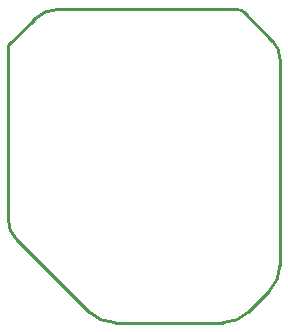
<source format=gko>
G04 Layer_Color=16711935*
%FSAX24Y24*%
%MOIN*%
G70*
G01*
G75*
%ADD13C,0.0100*%
D13*
X040646Y020546D02*
G03*
X041000Y021400I-000854J000854D01*
G01*
X039100Y019500D02*
G03*
X039954Y019854I000000J001207D01*
G01*
X041000Y028300D02*
G03*
X040753Y028897I-000845J000000D01*
G01*
X039806Y029844D02*
G03*
X039550Y029950I-000256J-000256D01*
G01*
X031950Y022909D02*
G03*
X032204Y022296I000866J000000D01*
G01*
X033650Y029950D02*
G03*
X032796Y029596I000000J-001207D01*
G01*
X034646Y019854D02*
G03*
X035500Y019500I000854J000854D01*
G01*
X041000Y021400D02*
Y021600D01*
X039954Y019854D02*
X040646Y020546D01*
X039050Y019500D02*
X039100D01*
X039806Y029844D02*
X040753Y028897D01*
X031950Y022909D02*
Y023100D01*
X033650Y029950D02*
X039550D01*
X031950Y028750D02*
X032796Y029596D01*
X031950Y023100D02*
Y028750D01*
X032204Y022296D02*
X034646Y019854D01*
X035500Y019500D02*
X039050D01*
X041000Y021600D02*
Y028300D01*
M02*

</source>
